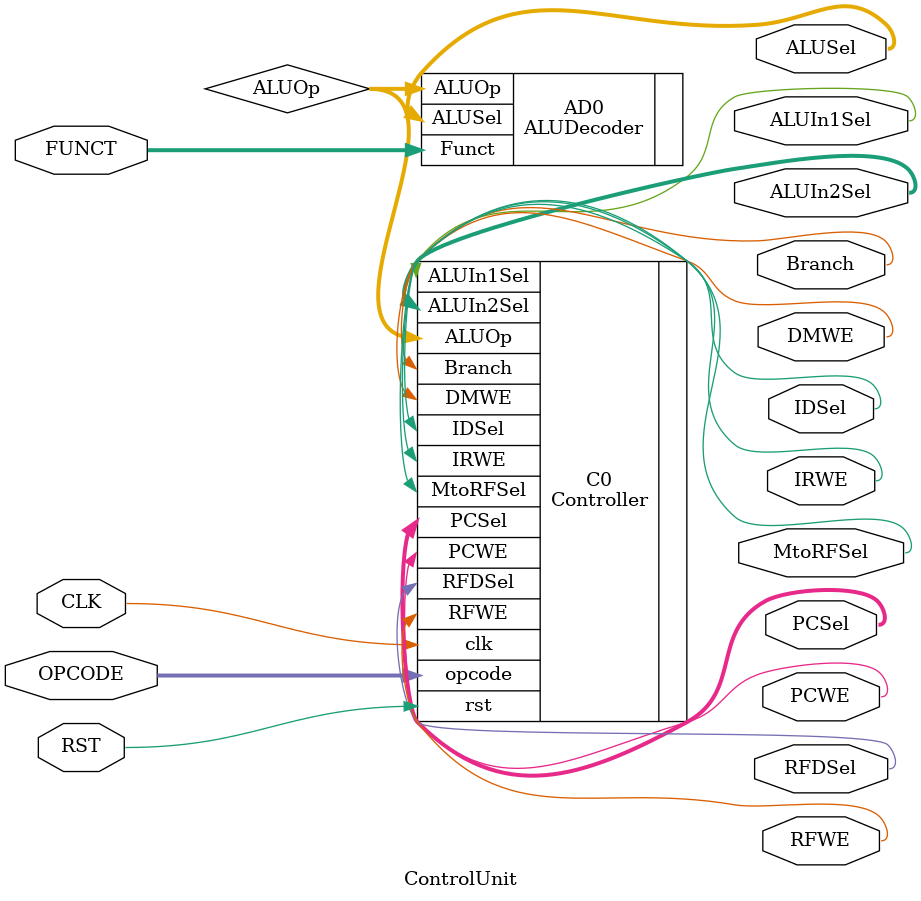
<source format=v>
`timescale 1ns / 1ps


module ControlUnit(input CLK, RST,
                   input [5:0] OPCODE, FUNCT,
                    output MtoRFSel, RFDSel, IDSel, ALUIn1Sel, IRWE, DMWE, PCWE, Branch, RFWE,
                    output [1:0] PCSel, ALUIn2Sel,
                    output [2:0] ALUSel);
                    
    wire [1:0] ALUOp;
    
    Controller 
        C0 (.opcode(OPCODE), .clk(CLK), .rst(RST), .MtoRFSel(MtoRFSel), .RFDSel(RFDSel), .IDSel(IDSel), 
                .ALUIn1Sel(ALUIn1Sel), .IRWE(IRWE), .DMWE(DMWE), .PCWE(PCWE), .Branch(Branch), .RFWE(RFWE), 
                .PCSel(PCSel), .ALUIn2Sel(ALUIn2Sel), .ALUOp(ALUOp));
                
    ALUDecoder
        AD0 (.ALUOp(ALUOp), .Funct(FUNCT), .ALUSel(ALUSel));
     
endmodule

</source>
